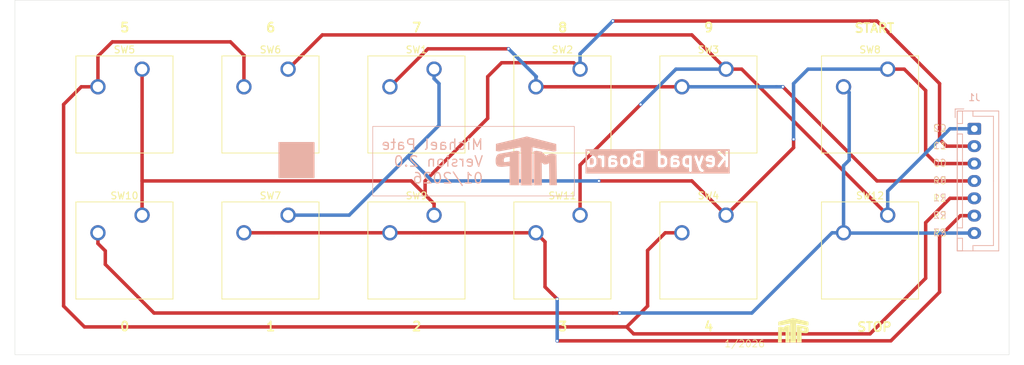
<source format=kicad_pcb>
(kicad_pcb (version 20241229) (generator "pcbnew") (generator_version "9.0")
  (layers (0 "F.Cu" signal) (2 "B.Cu" signal) (13 "F.Paste" user) (15 "B.Paste" user) (5 "F.SilkS" user "F.Silkscreen") (7 "B.SilkS" user "B.Silkscreen") (1 "F.Mask" user) (3 "B.Mask" user) (25 "Edge.Cuts" user))
  (net 0 "")
  (net 1 "/Col_1")
  (net 2 "/Col_2")
  (net 3 "/Row_3")
  (net 4 "/Row_2")
  (net 5 "/Row_1")
  (net 6 "/Col_0")
  (net 7 "/Row_0")
  (footprint "Button_Switch_Keyboard:SW_Cherry_MX_1.00u_PCB" (layer "F.Cu") (at 195.29 78.92)
    (property "Reference" "SW2" (at -2.54 -2.794 0) (layer "F.SilkS"))
    (property "Value" "SW_Push_45deg")
    (pad "" np_thru_hole circle (at -7.62 5.08) (size 1.7 1.7) (drill 1.7) (layers "*.Cu" "*.Mask"))
    (pad "" np_thru_hole circle (at -2.54 5.08) (size 4 4) (drill 4) (layers "*.Cu" "*.Mask"))
    (pad "" np_thru_hole circle (at 2.54 5.08) (size 1.7 1.7) (drill 1.7) (layers "*.Cu" "*.Mask"))
    (pad "1" thru_hole circle (at 0 0) (size 2.2 2.2) (drill 1.5) (layers "*.Cu" "*.Mask") (net 1 "/Col_1"))
    (pad "2" thru_hole circle (at -6.35 2.54) (size 2.2 2.2) (drill 1.5) (layers "*.Cu" "*.Mask") (net 7 "/Row_0"))
  )
  (footprint "Button_Switch_Keyboard:SW_Cherry_MX_1.00u_PCB" (layer "F.Cu") (at 195.29 99.92)
    (property "Reference" "SW11" (at -2.54 -2.794 0) (layer "F.SilkS"))
    (property "Value" "SW_Push_45deg")
    (pad "" np_thru_hole circle (at -7.62 5.08) (size 1.7 1.7) (drill 1.7) (layers "*.Cu" "*.Mask"))
    (pad "" np_thru_hole circle (at -2.54 5.08) (size 4 4) (drill 4) (layers "*.Cu" "*.Mask"))
    (pad "" np_thru_hole circle (at 2.54 5.08) (size 1.7 1.7) (drill 1.7) (layers "*.Cu" "*.Mask"))
    (pad "1" thru_hole circle (at 0 0) (size 2.2 2.2) (drill 1.5) (layers "*.Cu" "*.Mask") (net 2 "/Col_2"))
    (pad "2" thru_hole circle (at -6.35 2.54) (size 2.2 2.2) (drill 1.5) (layers "*.Cu" "*.Mask") (net 4 "/Row_2"))
  )
  (footprint "MountingHole:MountingHole_2.7mm_M2.5" (layer "F.Cu") (at 117 72)
    (property "Reference" "H1" (hide yes))
    (property "Value" "MountingHole")
    (pad "" np_thru_hole circle (at 0 0) (size 2.7 2.7) (drill 2.7) (layers "*.Cu" "*.Mask"))
  )
  (footprint "Button_Switch_Keyboard:SW_Cherry_MX_1.00u_PCB" (layer "F.Cu") (at 132.29 78.92)
    (property "Reference" "SW5" (at -2.54 -2.794 0) (layer "F.SilkS"))
    (property "Value" "SW_Push_45deg")
    (pad "" np_thru_hole circle (at -7.62 5.08) (size 1.7 1.7) (drill 1.7) (layers "*.Cu" "*.Mask"))
    (pad "" np_thru_hole circle (at -2.54 5.08) (size 4 4) (drill 4) (layers "*.Cu" "*.Mask"))
    (pad "" np_thru_hole circle (at 2.54 5.08) (size 1.7 1.7) (drill 1.7) (layers "*.Cu" "*.Mask"))
    (pad "1" thru_hole circle (at 0 0) (size 2.2 2.2) (drill 1.5) (layers "*.Cu" "*.Mask") (net 1 "/Col_1"))
    (pad "2" thru_hole circle (at -6.35 2.54) (size 2.2 2.2) (drill 1.5) (layers "*.Cu" "*.Mask") (net 5 "/Row_1"))
  )
  (footprint "Button_Switch_Keyboard:SW_Cherry_MX_1.00u_PCB" (layer "F.Cu") (at 153.29 78.92)
    (property "Reference" "SW6" (at -2.54 -2.794 0) (layer "F.SilkS"))
    (property "Value" "SW_Push_45deg")
    (pad "" np_thru_hole circle (at -7.62 5.08) (size 1.7 1.7) (drill 1.7) (layers "*.Cu" "*.Mask"))
    (pad "" np_thru_hole circle (at -2.54 5.08) (size 4 4) (drill 4) (layers "*.Cu" "*.Mask"))
    (pad "" np_thru_hole circle (at 2.54 5.08) (size 1.7 1.7) (drill 1.7) (layers "*.Cu" "*.Mask"))
    (pad "1" thru_hole circle (at 0 0) (size 2.2 2.2) (drill 1.5) (layers "*.Cu" "*.Mask") (net 2 "/Col_2"))
    (pad "2" thru_hole circle (at -6.35 2.54) (size 2.2 2.2) (drill 1.5) (layers "*.Cu" "*.Mask") (net 5 "/Row_1"))
  )
  (footprint "Button_Switch_Keyboard:SW_Cherry_MX_1.00u_PCB" (layer "F.Cu") (at 239.54 99.92)
    (property "Reference" "SW12" (at -2.54 -2.794 0) (layer "F.SilkS"))
    (property "Value" "SW_Push_45deg")
    (pad "" np_thru_hole circle (at -7.62 5.08) (size 1.7 1.7) (drill 1.7) (layers "*.Cu" "*.Mask"))
    (pad "" np_thru_hole circle (at -2.54 5.08) (size 4 4) (drill 4) (layers "*.Cu" "*.Mask"))
    (pad "" np_thru_hole circle (at 2.54 5.08) (size 1.7 1.7) (drill 1.7) (layers "*.Cu" "*.Mask"))
    (pad "1" thru_hole circle (at 0 0) (size 2.2 2.2) (drill 1.5) (layers "*.Cu" "*.Mask") (net 2 "/Col_2"))
    (pad "2" thru_hole circle (at -6.35 2.54) (size 2.2 2.2) (drill 1.5) (layers "*.Cu" "*.Mask") (net 3 "/Row_3"))
  )
  (footprint "Button_Switch_Keyboard:SW_Cherry_MX_1.00u_PCB" (layer "F.Cu") (at 153.29 99.92)
    (property "Reference" "SW7" (at -2.54 -2.794 0) (layer "F.SilkS"))
    (property "Value" "SW_Push_45deg")
    (pad "" np_thru_hole circle (at -7.62 5.08) (size 1.7 1.7) (drill 1.7) (layers "*.Cu" "*.Mask"))
    (pad "" np_thru_hole circle (at -2.54 5.08) (size 4 4) (drill 4) (layers "*.Cu" "*.Mask"))
    (pad "" np_thru_hole circle (at 2.54 5.08) (size 1.7 1.7) (drill 1.7) (layers "*.Cu" "*.Mask"))
    (pad "1" thru_hole circle (at 0 0) (size 2.2 2.2) (drill 1.5) (layers "*.Cu" "*.Mask") (net 6 "/Col_0"))
    (pad "2" thru_hole circle (at -6.35 2.54) (size 2.2 2.2) (drill 1.5) (layers "*.Cu" "*.Mask") (net 4 "/Row_2"))
  )
  (footprint "MountingHole:MountingHole_2.7mm_M2.5" (layer "F.Cu") (at 254 117)
    (property "Reference" "H3" (hide yes))
    (property "Value" "MountingHole")
    (pad "" np_thru_hole circle (at 0 0) (size 2.7 2.7) (drill 2.7) (layers "*.Cu" "*.Mask"))
  )
  (footprint "Button_Switch_Keyboard:SW_Cherry_MX_1.00u_PCB" (layer "F.Cu") (at 216.29 78.92)
    (property "Reference" "SW3" (at -2.54 -2.794 0) (layer "F.SilkS"))
    (property "Value" "SW_Push_45deg")
    (pad "" np_thru_hole circle (at -7.62 5.08) (size 1.7 1.7) (drill 1.7) (layers "*.Cu" "*.Mask"))
    (pad "" np_thru_hole circle (at -2.54 5.08) (size 4 4) (drill 4) (layers "*.Cu" "*.Mask"))
    (pad "" np_thru_hole circle (at 2.54 5.08) (size 1.7 1.7) (drill 1.7) (layers "*.Cu" "*.Mask"))
    (pad "1" thru_hole circle (at 0 0) (size 2.2 2.2) (drill 1.5) (layers "*.Cu" "*.Mask") (net 2 "/Col_2"))
    (pad "2" thru_hole circle (at -6.35 2.54) (size 2.2 2.2) (drill 1.5) (layers "*.Cu" "*.Mask") (net 7 "/Row_0"))
  )
  (footprint "Button_Switch_Keyboard:SW_Cherry_MX_1.00u_PCB" (layer "F.Cu") (at 174.29 78.92)
    (property "Reference" "SW1" (at -2.54 -2.794 0) (layer "F.SilkS"))
    (property "Value" "SW_Push_45deg")
    (pad "" np_thru_hole circle (at -7.62 5.08) (size 1.7 1.7) (drill 1.7) (layers "*.Cu" "*.Mask"))
    (pad "" np_thru_hole circle (at -2.54 5.08) (size 4 4) (drill 4) (layers "*.Cu" "*.Mask"))
    (pad "" np_thru_hole circle (at 2.54 5.08) (size 1.7 1.7) (drill 1.7) (layers "*.Cu" "*.Mask"))
    (pad "1" thru_hole circle (at 0 0) (size 2.2 2.2) (drill 1.5) (layers "*.Cu" "*.Mask") (net 6 "/Col_0"))
    (pad "2" thru_hole circle (at -6.35 2.54) (size 2.2 2.2) (drill 1.5) (layers "*.Cu" "*.Mask") (net 7 "/Row_0"))
  )
  (footprint "Button_Switch_Keyboard:SW_Cherry_MX_1.00u_PCB" (layer "F.Cu") (at 216.29 99.92)
    (property "Reference" "SW4" (at -2.54 -2.794 0) (layer "F.SilkS"))
    (property "Value" "SW_Push_45deg")
    (pad "" np_thru_hole circle (at -7.62 5.08) (size 1.7 1.7) (drill 1.7) (layers "*.Cu" "*.Mask"))
    (pad "" np_thru_hole circle (at -2.54 5.08) (size 4 4) (drill 4) (layers "*.Cu" "*.Mask"))
    (pad "" np_thru_hole circle (at 2.54 5.08) (size 1.7 1.7) (drill 1.7) (layers "*.Cu" "*.Mask"))
    (pad "1" thru_hole circle (at 0 0) (size 2.2 2.2) (drill 1.5) (layers "*.Cu" "*.Mask") (net 6 "/Col_0"))
    (pad "2" thru_hole circle (at -6.35 2.54) (size 2.2 2.2) (drill 1.5) (layers "*.Cu" "*.Mask") (net 5 "/Row_1"))
  )
  (footprint "MountingHole:MountingHole_2.7mm_M2.5" (layer "F.Cu") (at 117 117)
    (property "Reference" "H2" (hide yes))
    (property "Value" "MountingHole")
    (pad "" np_thru_hole circle (at 0 0) (size 2.7 2.7) (drill 2.7) (layers "*.Cu" "*.Mask"))
  )
  (footprint "MountingHole:MountingHole_2.7mm_M2.5" (layer "F.Cu") (at 254 72)
    (property "Reference" "H4" (hide yes))
    (property "Value" "MountingHole")
    (pad "" np_thru_hole circle (at 0 0) (size 2.7 2.7) (drill 2.7) (layers "*.Cu" "*.Mask"))
  )
  (footprint "Button_Switch_Keyboard:SW_Cherry_MX_1.00u_PCB" (layer "F.Cu") (at 239.54 78.92)
    (property "Reference" "SW8" (at -2.54 -2.794 0) (layer "F.SilkS"))
    (property "Value" "SW_Push_45deg")
    (pad "" np_thru_hole circle (at -7.62 5.08) (size 1.7 1.7) (drill 1.7) (layers "*.Cu" "*.Mask"))
    (pad "" np_thru_hole circle (at -2.54 5.08) (size 4 4) (drill 4) (layers "*.Cu" "*.Mask"))
    (pad "" np_thru_hole circle (at 2.54 5.08) (size 1.7 1.7) (drill 1.7) (layers "*.Cu" "*.Mask"))
    (pad "1" thru_hole circle (at 0 0) (size 2.2 2.2) (drill 1.5) (layers "*.Cu" "*.Mask") (net 6 "/Col_0"))
    (pad "2" thru_hole circle (at -6.35 2.54) (size 2.2 2.2) (drill 1.5) (layers "*.Cu" "*.Mask") (net 3 "/Row_3"))
  )
  (footprint "Watermarks:MTP Logo 5mm Low Detail" (layer "F.Cu") (at 226 117)
    (property "Reference" "REF**" (hide yes))
    (property "Value" "MTP Logo 5mm Low Detail" (hide yes))
  )
  (footprint "Button_Switch_Keyboard:SW_Cherry_MX_1.00u_PCB" (layer "F.Cu") (at 132.29 99.92)
    (property "Reference" "SW10" (at -2.54 -2.794 0) (layer "F.SilkS"))
    (property "Value" "SW_Push_45deg")
    (pad "" np_thru_hole circle (at -7.62 5.08) (size 1.7 1.7) (drill 1.7) (layers "*.Cu" "*.Mask"))
    (pad "" np_thru_hole circle (at -2.54 5.08) (size 4 4) (drill 4) (layers "*.Cu" "*.Mask"))
    (pad "" np_thru_hole circle (at 2.54 5.08) (size 1.7 1.7) (drill 1.7) (layers "*.Cu" "*.Mask"))
    (pad "1" thru_hole circle (at 0 0) (size 2.2 2.2) (drill 1.5) (layers "*.Cu" "*.Mask") (net 1 "/Col_1"))
    (pad "2" thru_hole circle (at -6.35 2.54) (size 2.2 2.2) (drill 1.5) (layers "*.Cu" "*.Mask") (net 3 "/Row_3"))
  )
  (footprint "Button_Switch_Keyboard:SW_Cherry_MX_1.00u_PCB" (layer "F.Cu") (at 174.29 99.92)
    (property "Reference" "SW9" (at -2.54 -2.794 0) (layer "F.SilkS"))
    (property "Value" "SW_Push_45deg")
    (pad "" np_thru_hole circle (at -7.62 5.08) (size 1.7 1.7) (drill 1.7) (layers "*.Cu" "*.Mask"))
    (pad "" np_thru_hole circle (at -2.54 5.08) (size 4 4) (drill 4) (layers "*.Cu" "*.Mask"))
    (pad "" np_thru_hole circle (at 2.54 5.08) (size 1.7 1.7) (drill 1.7) (layers "*.Cu" "*.Mask"))
    (pad "1" thru_hole circle (at 0 0) (size 2.2 2.2) (drill 1.5) (layers "*.Cu" "*.Mask") (net 1 "/Col_1"))
    (pad "2" thru_hole circle (at -6.35 2.54) (size 2.2 2.2) (drill 1.5) (layers "*.Cu" "*.Mask") (net 4 "/Row_2"))
  )
  (footprint "Connector_JST:JST_XH_B7B-XH-A_1x07_P2.50mm_Vertical" (layer "B.Cu") (at 252 87.5 -90)
    (property "Reference" "J1" (at -4.5 0 180) (layer "B.SilkS") (effects (justify mirror)))
    (property "Value" "Conn_01x07")
    (pad "1" thru_hole roundrect (at 0 0 270) (size 1.7 1.95) (drill 0.95) (layers "*.Cu" "*.Mask") (roundrect_rratio 0.147059) (net 2 "/Col_2"))
    (pad "2" thru_hole oval (at 2.5 0 270) (size 1.7 1.95) (drill 0.95) (layers "*.Cu" "*.Mask") (net 1 "/Col_1"))
    (pad "3" thru_hole oval (at 5 0 270) (size 1.7 1.95) (drill 0.95) (layers "*.Cu" "*.Mask") (net 6 "/Col_0"))
    (pad "4" thru_hole oval (at 7.5 0 270) (size 1.7 1.95) (drill 0.95) (layers "*.Cu" "*.Mask") (net 7 "/Row_0"))
    (pad "5" thru_hole oval (at 10 0 270) (size 1.7 1.95) (drill 0.95) (layers "*.Cu" "*.Mask") (net 5 "/Row_1"))
    (pad "6" thru_hole oval (at 12.5 0 270) (size 1.7 1.95) (drill 0.95) (layers "*.Cu" "*.Mask") (net 4 "/Row_2"))
    (pad "7" thru_hole oval (at 15 0 270) (size 1.7 1.95) (drill 0.95) (layers "*.Cu" "*.Mask") (net 3 "/Row_3"))
  )
  (footprint "Watermarks:MTP Logo 10mm Low Detail" (layer "B.Cu") (at 187.465327 92.158133 180)
    (property "Reference" "REF**" (hide yes))
    (property "Value" "MTP Logo 10mm Low Detail" (hide yes))
  )
  (gr_rect (start 152 89.5) (end 157 94.5) (stroke (width 0.2)) (fill yes) (layer "B.SilkS"))
  (gr_rect (start 165.465327 87.158133) (end 194.465327 97.158133) (stroke (width 0.1)) (fill no) (layer "B.SilkS"))
  (gr_rect (start 114 69) (end 257 120) (stroke (width 0.05)) (fill no) (layer "Edge.Cuts"))
  (gr_text "4" (at 213.790111 115.937656 0) (layer "F.SilkS") (effects (font (size 1.3 1.3) (thickness 0.26) (bold yes))))
  (gr_text "R3" (at 247.043075 102.504865 0) (layer "F.SilkS") (effects (font (size 1 1) (thickness 0.1))))
  (gr_text "9" (at 213.790111 72.937656 0) (layer "F.SilkS") (effects (font (size 1.3 1.3) (thickness 0.26) (bold yes))))
  (gr_text "R2" (at 247.043075 99.997805 0) (layer "F.SilkS") (effects (font (size 1 1) (thickness 0.1))))
  (gr_text "3" (at 192.790111 115.937656 0) (layer "F.SilkS") (effects (font (size 1.3 1.3) (thickness 0.26) (bold yes))))
  (gr_text "6" (at 150.790111 72.937656 0) (layer "F.SilkS") (effects (font (size 1.3 1.3) (thickness 0.26) (bold yes))))
  (gr_text "2" (at 171.790111 115.937656 0) (layer "F.SilkS") (effects (font (size 1.3 1.3) (thickness 0.26) (bold yes))))
  (gr_text "1" (at 150.790111 115.937656 0) (layer "F.SilkS") (effects (font (size 1.3 1.3) (thickness 0.26) (bold yes))))
  (gr_text "0" (at 129.790111 115.937656 0) (layer "F.SilkS") (effects (font (size 1.3 1.3) (thickness 0.26) (bold yes))))
  (gr_text "8" (at 192.790111 72.937656 0) (layer "F.SilkS") (effects (font (size 1.3 1.3) (thickness 0.26) (bold yes))))
  (gr_text "7" (at 171.790111 72.937656 0) (layer "F.SilkS") (effects (font (size 1.3 1.3) (thickness 0.26) (bold yes))))
  (gr_text "R0" (at 247.043075 94.983686 0) (layer "F.SilkS") (effects (font (size 1 1) (thickness 0.1))))
  (gr_text "1/2026" (at 216 119 0) (layer "F.SilkS") (effects (font (size 1 1) (thickness 0.1)) (justify left bottom)))
  (gr_text "5" (at 129.790111 72.937656 0) (layer "F.SilkS") (effects (font (size 1.3 1.3) (thickness 0.26) (bold yes))))
  (gr_text "C0" (at 247.043075 92.476626 0) (layer "F.SilkS") (effects (font (size 1 1) (thickness 0.1))))
  (gr_text "C2" (at 247.043075 87.462507 0) (layer "F.SilkS") (effects (font (size 1 1) (thickness 0.1))))
  (gr_text "C1" (at 247.043075 89.969567 0) (layer "F.SilkS") (effects (font (size 1 1) (thickness 0.1))))
  (gr_text "START" (at 237.632373 73.009481 0) (layer "F.SilkS") (effects (font (size 1.3 1.3) (thickness 0.26) (bold yes))))
  (gr_text "R1" (at 247.043075 97.490746 0) (layer "F.SilkS") (effects (font (size 1 1) (thickness 0.1))))
  (gr_text "STOP" (at 237.632373 116.009481 0) (layer "F.SilkS") (effects (font (size 1.3 1.3) (thickness 0.26) (bold yes))))
  (gr_text "R1" (at 247.043075 97.414486 -0) (layer "B.SilkS") (effects (font (size 1 1) (thickness 0.1)) (justify mirror)))
  (gr_text "C2" (at 247.043075 87.386247 -0) (layer "B.SilkS") (effects (font (size 1 1) (thickness 0.1)) (justify mirror)))
  (gr_text "C0" (at 247.043075 92.400366 -0) (layer "B.SilkS") (effects (font (size 1 1) (thickness 0.1)) (justify mirror)))
  (gr_text "R2" (at 247.043075 99.921545 -0) (layer "B.SilkS") (effects (font (size 1 1) (thickness 0.1)) (justify mirror)))
  (gr_text "Michael Pate\nVersion 2.0\n01/2026" (at 181.465327 92.189007 -0) (layer "B.SilkS") (effects (font (size 1.5 1.5) (thickness 0.1875)) (justify left mirror)))
  (gr_text "Keypad Board" (at 206.445107 91.949578 -0) (layer "B.SilkS" knockout) (effects (font (size 2 2) (thickness 0.4) (bold yes)) (justify mirror)))
  (gr_text "R0" (at 247.043075 94.907426 -0) (layer "B.SilkS") (effects (font (size 1 1) (thickness 0.1)) (justify mirror)))
  (gr_text "C1" (at 247.043075 89.893307 -0) (layer "B.SilkS") (effects (font (size 1 1) (thickness 0.1)) (justify mirror)))
  (gr_text "R3" (at 247.043075 102.428605 -0) (layer "B.SilkS") (effects (font (size 1 1) (thickness 0.1)) (justify mirror)))
  (segment (start 247 88) (end 247 81) (width 0.5) (layer "F.Cu") (net 1))
  (segment (start 252 90) (end 248 90) (width 0.5) (layer "F.Cu") (net 1))
  (segment (start 182 80) (end 184 78) (width 0.5) (layer "F.Cu") (net 1))
  (segment (start 182 86) (end 182 80) (width 0.5) (layer "F.Cu") (net 1))
  (segment (start 132.29 95) (end 132.29 78.92) (width 0.5) (layer "F.Cu") (net 1))
  (segment (start 171 95) (end 132.29 95) (width 0.5) (layer "F.Cu") (net 1))
  (segment (start 174.29 98.29) (end 173 97) (width 0.5) (layer "F.Cu") (net 1))
  (segment (start 237 72) (end 200 72) (width 0.5) (layer "F.Cu") (net 1))
  (segment (start 241 75) (end 238 72) (width 0.5) (layer "F.Cu") (net 1))
  (segment (start 184 78) (end 194.37 78) (width 0.5) (layer "F.Cu") (net 1))
  (segment (start 173 97) (end 173 95) (width 0.5) (layer "F.Cu") (net 1))
  (segment (start 247 89) (end 247 88) (width 0.5) (layer "F.Cu") (net 1))
  (segment (start 173 97) (end 171 95) (width 0.5) (layer "F.Cu") (net 1))
  (segment (start 247 81) (end 241 75) (width 0.5) (layer "F.Cu") (net 1))
  (segment (start 173 95) (end 182 86) (width 0.5) (layer "F.Cu") (net 1))
  (segment (start 174.29 99.92) (end 174.29 98.29) (width 0.5) (layer "F.Cu") (net 1))
  (segment (start 248 90) (end 247 89) (width 0.5) (layer "F.Cu") (net 1))
  (segment (start 194.37 78) (end 195.29 78.92) (width 0.5) (layer "F.Cu") (net 1))
  (segment (start 132.29 99.92) (end 132.29 95) (width 0.5) (layer "F.Cu") (net 1))
  (segment (start 238 72) (end 237 72) (width 0.5) (layer "F.Cu") (net 1))
  (via (at 200 72) (size 0.5) (drill 0.3) (layers "F.Cu" "B.Cu") (net 1))
  (segment (start 195.29 76.71) (end 195.29 78.92) (width 0.5) (layer "B.Cu") (net 1))
  (segment (start 200 72) (end 195.29 76.71) (width 0.5) (layer "B.Cu") (net 1))
  (segment (start 195.29 92.71) (end 204 84) (width 0.5) (layer "F.Cu") (net 2))
  (segment (start 216.29 78.92) (end 218.54 78.92) (width 0.5) (layer "F.Cu") (net 2))
  (segment (start 158.21 74) (end 153.29 78.92) (width 0.5) (layer "F.Cu") (net 2))
  (segment (start 218.54 78.92) (end 239.54 99.92) (width 0.5) (layer "F.Cu") (net 2))
  (segment (start 195.29 99.92) (end 195.29 92.71) (width 0.5) (layer "F.Cu") (net 2))
  (segment (start 211.37 74) (end 158.21 74) (width 0.5) (layer "F.Cu") (net 2))
  (segment (start 216.29 78.92) (end 211.37 74) (width 0.5) (layer "F.Cu") (net 2))
  (via (at 204 84) (size 0.5) (drill 0.3) (layers "F.Cu" "B.Cu") (net 2))
  (segment (start 204 84) (end 209.08 78.92) (width 0.5) (layer "B.Cu") (net 2))
  (segment (start 248.5 87.5) (end 239.54 96.46) (width 0.5) (layer "B.Cu") (net 2))
  (segment (start 252 87.5) (end 248.5 87.5) (width 0.5) (layer "B.Cu") (net 2))
  (segment (start 209.08 78.92) (end 216.29 78.92) (width 0.5) (layer "B.Cu") (net 2))
  (segment (start 239.54 96.46) (end 239.54 99.92) (width 0.5) (layer "B.Cu") (net 2))
  (segment (start 200 114) (end 201 114) (width 0.5) (layer "F.Cu") (net 3))
  (segment (start 127 105.068804) (end 127 107) (width 0.5) (layer "F.Cu") (net 3))
  (segment (start 127 107) (end 134 114) (width 0.5) (layer "F.Cu") (net 3))
  (segment (start 134 114) (end 200 114) (width 0.5) (layer "F.Cu") (net 3))
  (segment (start 125.94 104.008804) (end 127 105.068804) (width 0.5) (layer "F.Cu") (net 3))
  (segment (start 125.94 102.46) (end 125.94 104.008804) (width 0.5) (layer "F.Cu") (net 3))
  (via (at 201 114) (size 0.5) (drill 0.3) (layers "F.Cu" "B.Cu") (net 3))
  (segment (start 233.19 81.46) (end 234 82.27) (width 0.5) (layer "B.Cu") (net 3))
  (segment (start 201 114) (end 220 114) (width 0.5) (layer "B.Cu") (net 3))
  (segment (start 231.54 102.46) (end 233.19 102.46) (width 0.5) (layer "B.Cu") (net 3))
  (segment (start 233.23 102.5) (end 233.19 102.46) (width 0.5) (layer "B.Cu") (net 3))
  (segment (start 233.19 92.81) (end 233.19 102.46) (width 0.5) (layer "B.Cu") (net 3))
  (segment (start 234 92) (end 233.19 92.81) (width 0.5) (layer "B.Cu") (net 3))
  (segment (start 252 102.5) (end 233.23 102.5) (width 0.5) (layer "B.Cu") (net 3))
  (segment (start 234 82.27) (end 234 92) (width 0.5) (layer "B.Cu") (net 3))
  (segment (start 220 114) (end 231.54 102.46) (width 0.5) (layer "B.Cu") (net 3))
  (segment (start 240 118) (end 247 111) (width 0.5) (layer "F.Cu") (net 4))
  (segment (start 190.249 103.769) (end 190.249 110.249) (width 0.5) (layer "F.Cu") (net 4))
  (segment (start 250 100) (end 252 100) (width 0.5) (layer "F.Cu") (net 4))
  (segment (start 167.94 102.46) (end 146.94 102.46) (width 0.5) (layer "F.Cu") (net 4))
  (segment (start 190.249 110.249) (end 192 112) (width 0.5) (layer "F.Cu") (net 4))
  (segment (start 247 103) (end 250 100) (width 0.5) (layer "F.Cu") (net 4))
  (segment (start 192 118) (end 240 118) (width 0.5) (layer "F.Cu") (net 4))
  (segment (start 247 111) (end 247 103) (width 0.5) (layer "F.Cu") (net 4))
  (segment (start 188.94 102.46) (end 190.249 103.769) (width 0.5) (layer "F.Cu") (net 4))
  (segment (start 188.94 102.46) (end 167.94 102.46) (width 0.5) (layer "F.Cu") (net 4))
  (via (at 192 112) (size 0.5) (drill 0.3) (layers "F.Cu" "B.Cu") (net 4))
  (via (at 192 118) (size 0.5) (drill 0.3) (layers "F.Cu" "B.Cu") (net 4))
  (segment (start 192 112) (end 192 118) (width 0.5) (layer "B.Cu") (net 4))
  (segment (start 237 117) (end 203 117) (width 0.5) (layer "F.Cu") (net 5))
  (segment (start 125.94 81.46) (end 125.94 77.06) (width 0.5) (layer "F.Cu") (net 5))
  (segment (start 205 105) (end 205 113) (width 0.5) (layer "F.Cu") (net 5))
  (segment (start 207.54 102.46) (end 205 105) (width 0.5) (layer "F.Cu") (net 5))
  (segment (start 125.94 77.06) (end 128 75) (width 0.5) (layer "F.Cu") (net 5))
  (segment (start 146.94 77.06) (end 146.94 81.46) (width 0.5) (layer "F.Cu") (net 5))
  (segment (start 209.94 102.46) (end 207.54 102.46) (width 0.5) (layer "F.Cu") (net 5))
  (segment (start 205 113) (end 202 116) (width 0.5) (layer "F.Cu") (net 5))
  (segment (start 252 97.5) (end 248.5 97.5) (width 0.5) (layer "F.Cu") (net 5))
  (segment (start 245 101) (end 245 109) (width 0.5) (layer "F.Cu") (net 5))
  (segment (start 203 117) (end 202 116) (width 0.5) (layer "F.Cu") (net 5))
  (segment (start 202 116) (end 124 116) (width 0.5) (layer "F.Cu") (net 5))
  (segment (start 128 75) (end 145 75) (width 0.5) (layer "F.Cu") (net 5))
  (segment (start 124 116) (end 121 113) (width 0.5) (layer "F.Cu") (net 5))
  (segment (start 248.5 97.5) (end 245 101) (width 0.5) (layer "F.Cu") (net 5))
  (segment (start 147 77) (end 146.94 77.06) (width 0.5) (layer "F.Cu") (net 5))
  (segment (start 245 109) (end 237 117) (width 0.5) (layer "F.Cu") (net 5))
  (segment (start 121 113) (end 121 84) (width 0.5) (layer "F.Cu") (net 5))
  (segment (start 123.54 81.46) (end 125.94 81.46) (width 0.5) (layer "F.Cu") (net 5))
  (segment (start 121 84) (end 123.54 81.46) (width 0.5) (layer "F.Cu") (net 5))
  (segment (start 145 75) (end 147 77) (width 0.5) (layer "F.Cu") (net 5))
  (segment (start 226 90.21) (end 226 89) (width 0.5) (layer "F.Cu") (net 6))
  (segment (start 252 92.5) (end 246.5 92.5) (width 0.5) (layer "F.Cu") (net 6))
  (segment (start 246.5 92.5) (end 245 91) (width 0.5) (layer "F.Cu") (net 6))
  (segment (start 216.29 99.92) (end 226 90.21) (width 0.5) (layer "F.Cu") (net 6))
  (segment (start 216.29 99.92) (end 211.37 95) (width 0.5) (layer "F.Cu") (net 6))
  (segment (start 245 82) (end 241.92 78.92) (width 0.5) (layer "F.Cu") (net 6))
  (segment (start 241.92 78.92) (end 239.54 78.92) (width 0.5) (layer "F.Cu") (net 6))
  (segment (start 245 91) (end 245 82) (width 0.5) (layer "F.Cu") (net 6))
  (segment (start 211.37 95) (end 198 95) (width 0.5) (layer "F.Cu") (net 6))
  (via (at 226 89) (size 0.5) (drill 0.3) (layers "F.Cu" "B.Cu") (net 6))
  (via (at 198 95) (size 0.5) (drill 0.3) (layers "F.Cu" "B.Cu") (net 6))
  (segment (start 175 87) (end 175 81) (width 0.5) (layer "B.Cu") (net 6))
  (segment (start 226 81) (end 228.08 78.92) (width 0.5) (layer "B.Cu") (net 6))
  (segment (start 162.08 99.92) (end 170.5 91.5) (width 0.5) (layer "B.Cu") (net 6))
  (segment (start 226 89) (end 226 81) (width 0.5) (layer "B.Cu") (net 6))
  (segment (start 198 95) (end 174 95) (width 0.5) (layer "B.Cu") (net 6))
  (segment (start 174 95) (end 170.5 91.5) (width 0.5) (layer "B.Cu") (net 6))
  (segment (start 153.29 99.92) (end 162.08 99.92) (width 0.5) (layer "B.Cu") (net 6))
  (segment (start 174.29 80.29) (end 174.29 78.92) (width 0.5) (layer "B.Cu") (net 6))
  (segment (start 228.08 78.92) (end 239.54 78.92) (width 0.5) (layer "B.Cu") (net 6))
  (segment (start 175 81) (end 174.29 80.29) (width 0.5) (layer "B.Cu") (net 6))
  (segment (start 170.5 91.5) (end 175 87) (width 0.5) (layer "B.Cu") (net 6))
  (segment (start 209.94 81.46) (end 188.94 81.46) (width 0.5) (layer "F.Cu") (net 7))
  (segment (start 167.94 81.46) (end 173.4 76) (width 0.5) (layer "F.Cu") (net 7))
  (segment (start 173.4 76) (end 185 76) (width 0.5) (layer "F.Cu") (net 7))
  (segment (start 238 95) (end 252 95) (width 0.5) (layer "F.Cu") (net 7))
  (segment (start 224.45971 81.459709) (end 238 95) (width 0.5) (layer "F.Cu") (net 7))
  (via (at 185 76) (size 0.5) (drill 0.3) (layers "F.Cu" "B.Cu") (net 7))
  (via (at 224.45971 81.459709) (size 0.5) (drill 0.3) (layers "F.Cu" "B.Cu") (net 7))
  (segment (start 223.54 81.46) (end 209.94 81.46) (width 0.5) (layer "B.Cu") (net 7))
  (segment (start 185 76) (end 189 80) (width 0.5) (layer "B.Cu") (net 7))
  (segment (start 188.94 80.06) (end 188.94 81.46) (width 0.5) (layer "B.Cu") (net 7))
  (segment (start 189 80) (end 188.94 80.06) (width 0.5) (layer "B.Cu") (net 7))
  (segment (start 223.540291 81.459709) (end 223.54 81.46) (width 0.5) (layer "B.Cu") (net 7))
  (segment (start 224.45971 81.459709) (end 223.540291 81.459709) (width 0.5) (layer "B.Cu") (net 7))
)
</source>
